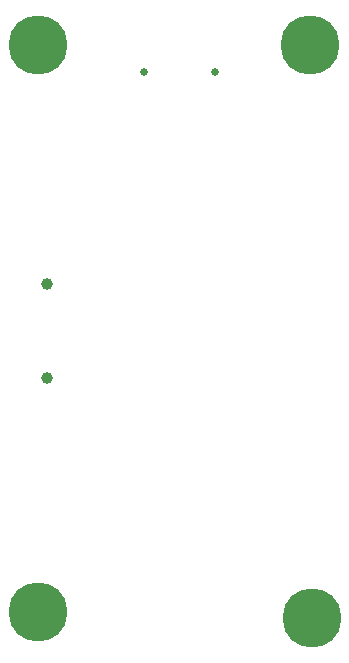
<source format=gbr>
%TF.GenerationSoftware,KiCad,Pcbnew,9.0.2*%
%TF.CreationDate,2025-12-09T17:01:46+01:00*%
%TF.ProjectId,datalogger,64617461-6c6f-4676-9765-722e6b696361,rev?*%
%TF.SameCoordinates,Original*%
%TF.FileFunction,Soldermask,Bot*%
%TF.FilePolarity,Negative*%
%FSLAX46Y46*%
G04 Gerber Fmt 4.6, Leading zero omitted, Abs format (unit mm)*
G04 Created by KiCad (PCBNEW 9.0.2) date 2025-12-09 17:01:46*
%MOMM*%
%LPD*%
G01*
G04 APERTURE LIST*
%ADD10C,0.800000*%
%ADD11C,5.000000*%
%ADD12C,0.650000*%
%ADD13C,1.000000*%
G04 APERTURE END LIST*
D10*
%TO.C,H4*%
X146625000Y-100875000D03*
X147174175Y-99549175D03*
X147174175Y-102200825D03*
X148500000Y-99000000D03*
D11*
X148500000Y-100875000D03*
D10*
X148500000Y-102750000D03*
X149825825Y-99549175D03*
X149825825Y-102200825D03*
X150375000Y-100875000D03*
%TD*%
%TO.C,H3*%
X169799175Y-101325825D03*
X170348350Y-100000000D03*
X170348350Y-102651650D03*
X171674175Y-99450825D03*
D11*
X171674175Y-101325825D03*
D10*
X171674175Y-103200825D03*
X173000000Y-100000000D03*
X173000000Y-102651650D03*
X173549175Y-101325825D03*
%TD*%
%TO.C,H2*%
X146625000Y-52875000D03*
X147174175Y-51549175D03*
X147174175Y-54200825D03*
X148500000Y-51000000D03*
D11*
X148500000Y-52875000D03*
D10*
X148500000Y-54750000D03*
X149825825Y-51549175D03*
X149825825Y-54200825D03*
X150375000Y-52875000D03*
%TD*%
%TO.C,H1*%
X169625000Y-52875000D03*
X170174175Y-51549175D03*
X170174175Y-54200825D03*
X171500000Y-51000000D03*
D11*
X171500000Y-52875000D03*
D10*
X171500000Y-54750000D03*
X172825825Y-51549175D03*
X172825825Y-54200825D03*
X173375000Y-52875000D03*
%TD*%
D12*
%TO.C,J2*%
X163500000Y-55150000D03*
X157500000Y-55150000D03*
%TD*%
D13*
%TO.C,J1*%
X149250000Y-73050000D03*
X149250000Y-81050000D03*
%TD*%
M02*

</source>
